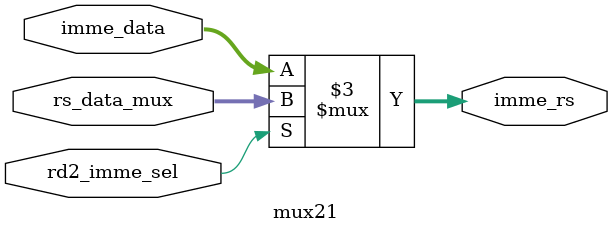
<source format=sv>
`include "rtl/common/includes.sv"
module top_v2(
  input wire clk,
  input wire reset_n
             );

  wire [ 3:0] opcode;
  wire [31:0] imme_data;
  wire        rd2_imme_sel;
  wire [14:0] rs1_rs2_rd;
  wire        rs_addr_valid;
  wire        rs_store;
  wire        rd_wr_en;
  wire        next_instr;
  wire [31:0] instr;
  wire        instr_valid;
  wire        op_done;
  wire [31:0] rs_data_mux;
  wire [31:0] rs_data;
  wire [31:0] alu_data_out;
  wire        alu_data_valid;

  decoder_v2 dv2 (
      // For alu
      .opcode(opcode),  // {funct7,funct3}
      .imme_data(imme_data),  //Sign extended output immediate data
      .rd2_imme_sel(rd2_imme_sel),  //Selecting between immediate and rs2 data in mux,
      // For reg file
      .rs1_rs2_rd(rs1_rs2_rd),
      .rs_addr_valid(rs_addr_valid),  //For controlling address to Reg File
      .rs_store(rs_store),  //For load and store
      .rd_wr_en(rd_wr_en),
      // For instr_mem
      .next_instr(next_instr),
      // Inputs
      .instr(instr),
      .instr_valid(instr_valid),
      .op_done(op_done),  // Ack from ALU
      // Globals
      .clk(clk),
      .reset_n(reset_n)
  );

  regfile reg1 (
      .clk(clk),
      .rs_addr_valid(rs_addr_valid),
      .rs1_rs2_rd(rs1_rs2_rd),
      .rs_wr_en(rs_wr_en),
      .rs_store(rs_store),
      .imme_data(imme_data),
      .alu_data_out(alu_data_out),
      .rs_data(rs_data),
      .rs_data_mux(rs_data_mux),
      .op_done(op_done)
  );
  mux21 mux1 (
      .imme_rs(imme_rs),
      .imme_data(imme_data),
      .rs_data_mux(rs_data_mux),
      .rd2_imme_sel(rd2_imme_sel)
  );

  alu alu1 (
      .rs_data(rs_data),
      .imme_rs(imme_rs),
      .opcode(opcode),
      .alu_data_out(alu_data_out),
      .alu_data_valid(alu_data_valid)
  );

  instr_mem_v1 instr_mem1 (
      .instr(instr),
      .next_instr(next_instr),
      .clk(clk),
      .reset_n(reset_n)
  );
endmodule  // top_risc_skele

module mux21 (
    output logic [31:0] imme_rs,
    input logic [31:0] imme_data,
    input logic [31:0] rs_data_mux,
    input logic rd2_imme_sel
);
  always_comb begin
    if (rd2_imme_sel) begin
      imme_rs = rs_data_mux;
    end else begin
      imme_rs = imme_data;
    end
  end

endmodule  // mux21



</source>
